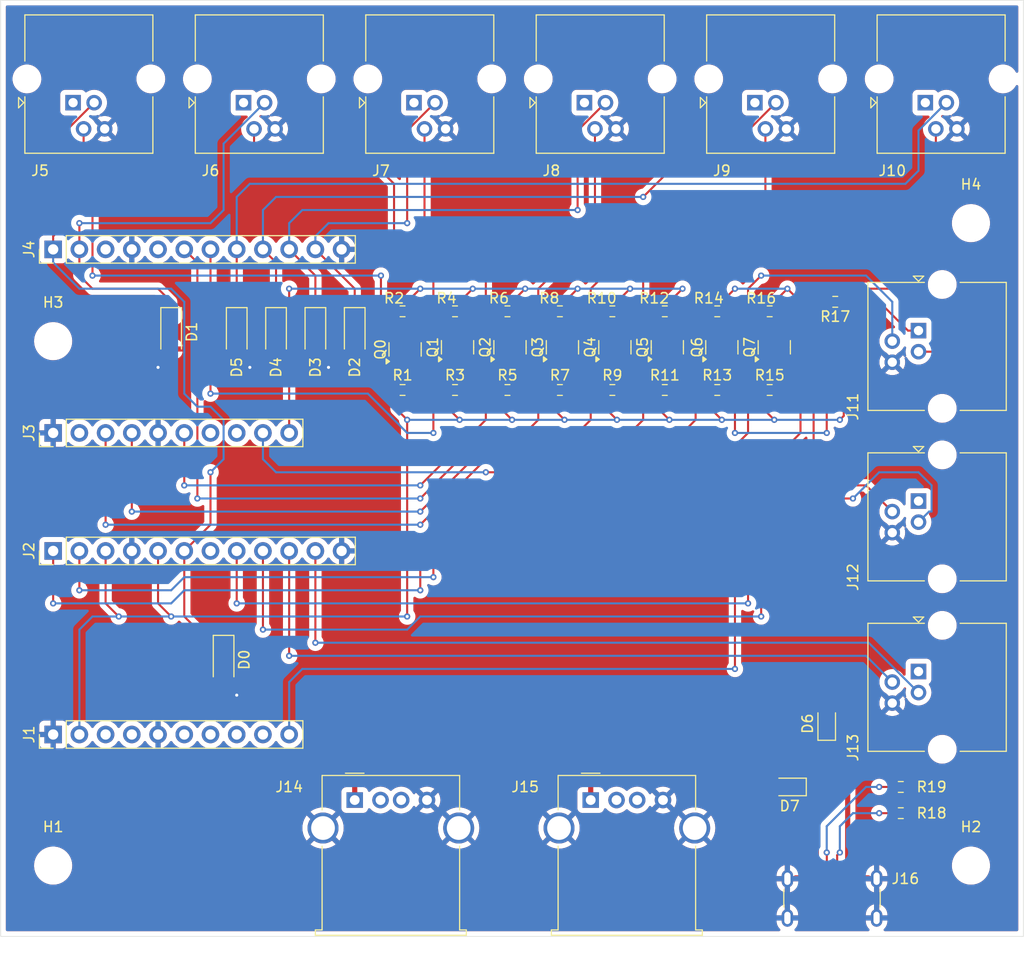
<source format=kicad_pcb>
(kicad_pcb (version 20221018) (generator pcbnew)
  (layers (0 "F.Cu" signal) (31 "B.Cu" signal) (34 "B.Paste" user) (35 "F.Paste" user) (36 "B.SilkS" user "B.Silkscreen") (37 "F.SilkS" user "F.Silkscreen") (38 "B.Mask" user) (39 "F.Mask" user) (44 "Edge.Cuts" user))
  (net 0 "")
  (net 1 "GND")
  (net 3 "VCC5V0")
  (net 4 "SWITCH_BUZZER")
  (net 5 "TARGET_LED3")
  (net 6 "TARGET_LED2")
  (net 8 "SWITCH_BUTTON")
  (net 10 "TARGET_LED1")
  (net 11 "TARGET_LED0")
  (net 12 "TARGET_LED5")
  (net 13 "TARGET_LED4")
  (net 19 "C_GPIO10")
  (net 21 "CHIGH_OUT")
  (net 22 "CHIGH_IN")
  (net 24 "S0_GPIO1")
  (net 25 "S0_GPIO4")
  (net 26 "S0_GPIO5")
  (net 27 "S0_GPIO6")
  (net 28 "S0_GPIO7")
  (net 29 "CLOW_OUT")
  (net 30 "CLOW_IN")
  (net 31 "S0_GPIO19")
  (net 32 "S0_GPIO18")
  (net 33 "S0_GPIO9")
  (net 34 "S0_GPIO20")
  (net 35 "S0_GPIO21")
  (net 36 "S0_GPIO10")
  (net 37 "S0_GPIO8")
  (net 38 "C_GPIO0")
  (net 39 "C_GPIO1")
  (net 46 "C_VCC3V3")
  (net 47 "S0_VCC3V3")
  (net 55 "Net-(J16-CC2)")
  (net 56 "Net-(J16-CC1)")
  (net 57 "Net-(D6-A1)")
  (footprint "Diode_SMD:D_SOD-323" (layer "F.Cu") (at 101.82 101.6 180)
    (fp_text reference "D7")
    (fp_text value "D_TVS")
  )
  (footprint "Connector_RJ:RJ14_Connfly_DS1133-S4_Horizontal" (layer "F.Cu") (at 98.45 35.32)
    (fp_text reference "J9")
    (fp_text value "RJ14")
  )
  (footprint "Resistor_SMD:R_0603_1608Metric" (layer "F.Cu") (at 64.325 55.531249 180)
    (fp_text reference "R2")
    (fp_text value "10K")
  )
  (footprint "Connector_USB:USB_A_Molex_67643_Horizontal" (layer "F.Cu") (at 59.69 102.87)
    (fp_text reference "J14")
    (fp_text value "USB_A")
  )
  (footprint "Package_TO_SOT_SMD:SOT-23" (layer "F.Cu") (at 69.65 59.01375 90)
    (fp_text reference "Q1")
    (fp_text value "NMOS")
  )
  (footprint "Resistor_SMD:R_0603_1608Metric" (layer "F.Cu") (at 106.235 54.61 180)
    (fp_text reference "R17")
    (fp_text value "10K")
  )
  (footprint "Package_TO_SOT_SMD:SOT-23" (layer "F.Cu") (at 79.81 59.01375 90)
    (fp_text reference "Q3")
    (fp_text value "NMOS")
  )
  (footprint "Resistor_SMD:R_0603_1608Metric" (layer "F.Cu") (at 69.405 55.531249 180)
    (fp_text reference "R4")
    (fp_text value "10K")
  )
  (footprint "Diode_SMD:D_SOD-123" (layer "F.Cu") (at 41.91 57.53 -90)
    (fp_text reference "D1")
    (fp_text value "D_Zener")
  )
  (footprint "Diode_SMD:D_SOD-323" (layer "F.Cu") (at 105.41 95.47 90)
    (fp_text reference "D6")
    (fp_text value "D_TVS")
  )
  (footprint "Package_TO_SOT_SMD:SOT-23" (layer "F.Cu") (at 100.33 59.01375 90)
    (fp_text reference "Q7")
    (fp_text value "NMOS")
  )
  (footprint "Resistor_SMD:R_0603_1608Metric" (layer "F.Cu") (at 79.565 55.531249 180)
    (fp_text reference "R8")
    (fp_text value "10K")
  )
  (footprint "Diode_SMD:D_SOD-123" (layer "F.Cu") (at 48.26 57.53 -90)
    (fp_text reference "D5")
    (fp_text value "D_Zener")
  )
  (footprint "Diode_SMD:D_SOD-123" (layer "F.Cu") (at 59.69 57.53 -90)
    (fp_text reference "D2")
    (fp_text value "D_Zener")
  )
  (footprint "Connector_RJ:RJ14_Connfly_DS1133-S4_Horizontal" (layer "F.Cu") (at 65.43 35.32)
    (fp_text reference "J7")
    (fp_text value "RJ14")
  )
  (footprint "Resistor_SMD:R_0603_1608Metric" (layer "F.Cu") (at 94.805 63.151249)
    (fp_text reference "R13")
    (fp_text value "10K")
  )
  (footprint "Resistor_SMD:R_0603_1608Metric" (layer "F.Cu") (at 89.725 55.531249 180)
    (fp_text reference "R12")
    (fp_text value "10K")
  )
  (footprint "Resistor_SMD:R_0603_1608Metric" (layer "F.Cu") (at 99.885 63.151249)
    (fp_text reference "R15")
    (fp_text value "10K")
  )
  (footprint "Package_TO_SOT_SMD:SOT-23" (layer "F.Cu") (at 95.25 59.01375 90)
    (fp_text reference "Q6")
    (fp_text value "NMOS")
  )
  (footprint "MountingHole:MountingHole_3.2mm_M3_ISO14580" (layer "F.Cu") (at 30.48 109.22)
    (fp_text reference "H1")
    (fp_text value "MountingHole")
  )
  (footprint "Package_TO_SOT_SMD:SOT-23" (layer "F.Cu") (at 84.89 59.01375 90)
    (fp_text reference "Q4")
    (fp_text value "NMOS")
  )
  (footprint "Connector_RJ:RJ14_Connfly_DS1133-S4_Horizontal" (layer "F.Cu") (at 114.3 73.91 -90)
    (fp_text reference "J12")
    (fp_text value "RJ14")
  )
  (footprint "Resistor_SMD:R_0603_1608Metric" (layer "F.Cu") (at 84.645 55.531249 180)
    (fp_text reference "R10")
    (fp_text value "10K")
  )
  (footprint "Resistor_SMD:R_0603_1608Metric" (layer "F.Cu") (at 112.585 101.6)
    (fp_text reference "R19")
    (fp_text value "5.1K")
  )
  (footprint "Resistor_SMD:R_0603_1608Metric" (layer "F.Cu") (at 79.565 63.151249)
    (fp_text reference "R7")
    (fp_text value "10K")
  )
  (footprint "Package_TO_SOT_SMD:SOT-23" (layer "F.Cu") (at 64.57 59.22125 90)
    (fp_text reference "Q0")
    (fp_text value "NMOS")
  )
  (footprint "Resistor_SMD:R_0603_1608Metric" (layer "F.Cu") (at 84.645 63.151249)
    (fp_text reference "R9")
    (fp_text value "10K")
  )
  (footprint "Package_TO_SOT_SMD:SOT-23" (layer "F.Cu") (at 89.97 59.01375 90)
    (fp_text reference "Q5")
    (fp_text value "NMOS")
  )
  (footprint "Connector_RJ:RJ14_Connfly_DS1133-S4_Horizontal" (layer "F.Cu") (at 32.41 35.32)
    (fp_text reference "J5")
    (fp_text value "RJ14")
  )
  (footprint "Resistor_SMD:R_0603_1608Metric" (layer "F.Cu") (at 74.485 63.151249)
    (fp_text reference "R5")
    (fp_text value "10K")
  )
  (footprint "MountingHole:MountingHole_3.2mm_M3_ISO14580" (layer "F.Cu") (at 119.38 46.99)
    (fp_text reference "H4")
    (fp_text value "MountingHole")
  )
  (footprint "Connector_RJ:RJ14_Connfly_DS1133-S4_Horizontal" (layer "F.Cu") (at 114.3 57.4 -90)
    (fp_text reference "J11")
    (fp_text value "RJ14")
  )
  (footprint "Resistor_SMD:R_0603_1608Metric" (layer "F.Cu") (at 94.805 55.531249 180)
    (fp_text reference "R14")
    (fp_text value "10K")
  )
  (footprint "Resistor_SMD:R_0603_1608Metric" (layer "F.Cu") (at 112.585 104.14)
    (fp_text reference "R18")
    (fp_text value "5.1K")
  )
  (footprint "Connector_RJ:RJ14_Connfly_DS1133-S4_Horizontal" (layer "F.Cu") (at 114.3 90.42 -90)
    (fp_text reference "J13")
    (fp_text value "RJ14")
  )
  (footprint "Connector_PinHeader_2.54mm:PinHeader_1x10_P2.54mm_Vertical" (layer "F.Cu") (at 30.48 67.31 90)
    (fp_text reference "J3")
    (fp_text value "Conn_01x10_Socket")
  )
  (footprint "Connector_PinHeader_2.54mm:PinHeader_1x12_P2.54mm_Vertical" (layer "F.Cu") (at 30.48 49.53 90)
    (fp_text reference "J4")
    (fp_text value "Conn_01x12_Socket")
  )
  (footprint "MountingHole:MountingHole_3.2mm_M3_ISO14580" (layer "F.Cu") (at 30.48 58.42)
    (fp_text reference "H3")
    (fp_text value "MountingHole")
  )
  (footprint "Connector_RJ:RJ14_Connfly_DS1133-S4_Horizontal" (layer "F.Cu") (at 114.96 35.32)
    (fp_text reference "J10")
    (fp_text value "RJ14")
  )
  (footprint "Connector_USB:USB_C_Receptacle_GCT_USB4125-xx-x_6P_TopMnt_Horizontal" (layer "F.Cu") (at 105.92 113.49)
    (fp_text reference "J16")
    (fp_text value "USB_C_Receptacle_PowerOnly_6P")
  )
  (footprint "Connector_USB:USB_A_Molex_67643_Horizontal" (layer "F.Cu") (at 82.55 102.87)
    (fp_text reference "J15")
    (fp_text value "USB_A")
  )
  (footprint "Diode_SMD:D_SOD-123" (layer "F.Cu") (at 55.88 57.53 -90)
    (fp_text reference "D3")
    (fp_text value "D_Zener")
  )
  (footprint "Resistor_SMD:R_0603_1608Metric" (layer "F.Cu") (at 99.885 55.531249 180)
    (fp_text reference "R16")
    (fp_text value "10K")
  )
  (footprint "Package_TO_SOT_SMD:SOT-23" (layer "F.Cu") (at 74.73 59.01375 90)
    (fp_text reference "Q2")
    (fp_text value "NMOS")
  )
  (footprint "Connector_RJ:RJ14_Connfly_DS1133-S4_Horizontal" (layer "F.Cu") (at 48.92 35.32)
    (fp_text reference "J6")
    (fp_text value "RJ14")
  )
  (footprint "MountingHole:MountingHole_3.2mm_M3_ISO14580" (layer "F.Cu") (at 119.38 109.22)
    (fp_text reference "H2")
    (fp_text value "MountingHole")
  )
  (footprint "Connector_RJ:RJ14_Connfly_DS1133-S4_Horizontal" (layer "F.Cu") (at 81.94 35.32)
    (fp_text reference "J8")
    (fp_text value "RJ14")
  )
  (footprint "Resistor_SMD:R_0603_1608Metric" (layer "F.Cu") (at 74.485 55.531249 180)
    (fp_text reference "R6")
    (fp_text value "10K")
  )
  (footprint "Diode_SMD:D_SOD-123" (layer "F.Cu") (at 46.99 89.28 -90)
    (fp_text reference "D0")
    (fp_text value "D_Zener")
  )
  (footprint "Resistor_SMD:R_0603_1608Metric" (layer "F.Cu") (at 89.725 63.151249)
    (fp_text reference "R11")
    (fp_text value "10K")
  )
  (footprint "Resistor_SMD:R_0603_1608Metric" (layer "F.Cu") (at 64.325 63.151249)
    (fp_text reference "R1")
    (fp_text value "10K")
  )
  (footprint "Resistor_SMD:R_0603_1608Metric" (layer "F.Cu") (at 69.405 63.151249)
    (fp_text reference "R3")
    (fp_text value "10K")
  )
  (footprint "Connector_PinHeader_2.54mm:PinHeader_1x12_P2.54mm_Vertical" (layer "F.Cu") (at 30.48 78.74 90)
    (fp_text reference "J2")
    (fp_text value "Conn_01x12_Socket")
  )
  (footprint "Connector_PinHeader_2.54mm:PinHeader_1x10_P2.54mm_Vertical" (layer "F.Cu") (at 30.48 96.52 90)
    (fp_text reference "J1")
    (fp_text value "Conn_01x10_Socket")
  )
  (footprint "Diode_SMD:D_SOD-123" (layer "F.Cu") (at 52.07 57.53 -90)
    (fp_text reference "D4")
    (fp_text value "D_Zener")
  )
  (gr_rect (start 25.4 25.4) (end 124.46 116.08) (stroke (width 0.05)) (fill none) (layer "Edge.Cuts"))
  (via (at 40.64 60.96) (size 0.6) (drill 0.3) (layers "F.Cu" "B.Cu") (net 1))
  (via (at 49.53 60.96) (size 0.6) (drill 0.3) (layers "F.Cu" "B.Cu") (net 1))
  (via (at 57.15 60.96) (size 0.6) (drill 0.3) (layers "F.Cu" "B.Cu") (net 1))
  (via (at 48.26 92.71) (size 0.6) (drill 0.3) (layers "F.Cu" "B.Cu") (net 1))
  (segment (start 40.64 83.82) (end 41.91 85.09) (width 0.2) (layer "F.Cu") (net 3))
  (segment (start 35.56 78.74) (end 35.56 83.82) (width 0.2) (layer "F.Cu") (net 3))
  (segment (start 68.58 64.77) (end 69.85 66.04) (width 0.2) (layer "F.Cu") (net 3))
  (segment (start 88.9 63.151249) (end 88.9 64.77) (width 0.2) (layer "F.Cu") (net 3))
  (segment (start 107.06 65.66) (end 107.06 54.61) (width 0.2) (layer "F.Cu") (net 3))
  (segment (start 73.66 63.151249) (end 73.66 64.77) (width 0.2) (layer "F.Cu") (net 3))
  (segment (start 83.82 64.77) (end 85.09 66.04) (width 0.2) (layer "F.Cu") (net 3))
  (segment (start 106.68 66.04) (end 107.06 65.66) (width 0.2) (layer "F.Cu") (net 3))
  (segment (start 113.28 57.4) (end 114.3 57.4) (width 0.2) (layer "F.Cu") (net 3))
  (segment (start 78.74 63.151249) (end 78.74 64.77) (width 0.2) (layer "F.Cu") (net 3))
  (segment (start 110.49 54.61) (end 113.28 57.4) (width 0.2) (layer "F.Cu") (net 3))
  (segment (start 93.98 64.77) (end 95.25 66.04) (width 0.2) (layer "F.Cu") (net 3))
  (segment (start 40.64 78.74) (end 40.64 83.82) (width 0.2) (layer "F.Cu") (net 3))
  (segment (start 73.66 64.77) (end 74.93 66.04) (width 0.2) (layer "F.Cu") (net 3))
  (segment (start 99.06 64.77) (end 100.33 66.04) (width 0.2) (layer "F.Cu") (net 3))
  (segment (start 99.06 63.151249) (end 99.06 64.77) (width 0.2) (layer "F.Cu") (net 3))
  (segment (start 68.58 63.151249) (end 68.58 64.77) (width 0.2) (layer "F.Cu") (net 3))
  (segment (start 35.56 83.82) (end 36.83 85.09) (width 0.2) (layer "F.Cu") (net 3))
  (segment (start 107.06 54.61) (end 110.49 54.61) (width 0.2) (layer "F.Cu") (net 3))
  (segment (start 88.9 64.77) (end 90.17 66.04) (width 0.2) (layer "F.Cu") (net 3))
  (segment (start 64.77 66.04) (end 64.77 85.09) (width 0.2) (layer "F.Cu") (net 3))
  (segment (start 63.745 63.151249) (end 63.745 65.015) (width 0.2) (layer "F.Cu") (net 3))
  (segment (start 93.98 63.151249) (end 93.98 64.77) (width 0.2) (layer "F.Cu") (net 3))
  (segment (start 83.82 63.151249) (end 83.82 64.77) (width 0.2) (layer "F.Cu") (net 3))
  (segment (start 78.74 64.77) (end 80.01 66.04) (width 0.2) (layer "F.Cu") (net 3))
  (segment (start 63.745 65.015) (end 64.77 66.04) (width 0.2) (layer "F.Cu") (net 3))
  (via (at 36.83 85.09) (size 0.6) (drill 0.3) (layers "F.Cu" "B.Cu") (net 3))
  (via (at 64.77 66.04) (size 0.6) (drill 0.3) (layers "F.Cu" "B.Cu") (net 3))
  (via (at 106.68 66.04) (size 0.6) (drill 0.3) (layers "F.Cu" "B.Cu") (net 3))
  (via (at 74.93 66.04) (size 0.6) (drill 0.3) (layers "F.Cu" "B.Cu") (net 3))
  (via (at 80.01 66.04) (size 0.6) (drill 0.3) (layers "F.Cu" "B.Cu") (net 3))
  (via (at 100.33 66.04) (size 0.6) (drill 0.3) (layers "F.Cu" "B.Cu") (net 3))
  (via (at 85.09 66.04) (size 0.6) (drill 0.3) (layers "F.Cu" "B.Cu") (net 3))
  (via (at 41.91 85.09) (size 0.6) (drill 0.3) (layers "F.Cu" "B.Cu") (net 3))
  (via (at 95.25 66.04) (size 0.6) (drill 0.3) (layers "F.Cu" "B.Cu") (net 3))
  (via (at 90.17 66.04) (size 0.6) (drill 0.3) (layers "F.Cu" "B.Cu") (net 3))
  (via (at 64.77 85.09) (size 0.6) (drill 0.3) (layers "F.Cu" "B.Cu") (net 3))
  (via (at 69.85 66.04) (size 0.6) (drill 0.3) (layers "F.Cu" "B.Cu") (net 3))
  (segment (start 100.33 66.04) (end 95.25 66.04) (width 0.2) (layer "B.Cu") (net 3))
  (segment (start 80.01 66.04) (end 85.09 66.04) (width 0.2) (layer "B.Cu") (net 3))
  (segment (start 85.09 66.04) (end 90.17 66.04) (width 0.2) (layer "B.Cu") (net 3))
  (segment (start 69.85 66.04) (end 74.93 66.04) (width 0.2) (layer "B.Cu") (net 3))
  (segment (start 41.91 85.09) (end 36.83 85.09) (width 0.2) (layer "B.Cu") (net 3))
  (segment (start 64.77 85.09) (end 41.91 85.09) (width 0.2) (layer "B.Cu") (net 3))
  (segment (start 69.85 66.04) (end 64.77 66.04) (width 0.2) (layer "B.Cu") (net 3))
  (segment (start 95.25 66.04) (end 90.17 66.04) (width 0.2) (layer "B.Cu") (net 3))
  (segment (start 74.93 66.04) (end 80.01 66.04) (width 0.2) (layer "B.Cu") (net 3))
  (segment (start 33.02 86.36) (end 33.02 96.52) (width 0.2) (layer "B.Cu") (net 3))
  (segment (start 36.83 85.09) (end 34.29 85.09) (width 0.2) (layer "B.Cu") (net 3))
  (segment (start 34.29 85.09) (end 33.02 86.36) (width 0.2) (layer "B.Cu") (net 3))
  (segment (start 100.33 66.04) (end 106.68 66.04) (width 0.2) (layer "B.Cu") (net 3))
  (segment (start 99.38 59.95125) (end 97.79 58.36125) (width 0.2) (layer "F.Cu") (net 4))
  (segment (start 97.79 58.36125) (end 97.79 53.34) (width 0.2) (layer "F.Cu") (net 4))
  (segment (start 97.79 53.34) (end 99.06 52.07) (width 0.2) (layer "F.Cu") (net 4))
  (segment (start 99.38 59.95125) (end 99.38 61.821249) (width 0.2) (layer "F.Cu") (net 4))
  (segment (start 99.38 61.821249) (end 100.71 63.151249) (width 0.2) (layer "F.Cu") (net 4))
  (via (at 99.06 52.07) (size 0.6) (drill 0.3) (layers "F.Cu" "B.Cu") (net 4))
  (segment (start 111.76 54.61) (end 109.22 52.07) (width 0.2) (layer "B.Cu") (net 4))
  (segment (start 111.76 58.42) (end 111.76 54.61) (width 0.2) (layer "B.Cu") (net 4))
  (segment (start 99.06 52.07) (end 109.22 52.07) (width 0.2) (layer "B.Cu") (net 4))
  (segment (start 77.47 58.56125) (end 77.47 53.34) (width 0.2) (layer "F.Cu") (net 5))
  (segment (start 78.86 59.95125) (end 78.86 61.621249) (width 0.2) (layer "F.Cu") (net 5))
  (segment (start 77.47 53.34) (end 82.96 47.85) (width 0.2) (layer "F.Cu") (net 5))
  (segment (start 82.96 47.85) (end 82.96 37.86) (width 0.2) (layer "F.Cu") (net 5))
  (segment (start 78.86 59.95125) (end 77.47 58.56125) (width 0.2) (layer "F.Cu") (net 5))
  (segment (start 78.86 61.621249) (end 80.39 63.151249) (width 0.2) (layer "F.Cu") (net 5))
  (segment (start 68.58 50.8) (end 71.12 50.8) (width 0.2) (layer "F.Cu") (net 6))
  (segment (start 72.39 52.07) (end 72.39 58.56125) (width 0.2) (layer "F.Cu") (net 6))
  (segment (start 73.78 61.621249) (end 75.31 63.151249) (width 0.2) (layer "F.Cu") (net 6))
  (segment (start 73.78 59.95125) (end 73.78 61.621249) (width 0.2) (layer "F.Cu") (net 6))
  (segment (start 66.45 37.86) (end 66.45 48.67) (width 0.2) (layer "F.Cu") (net 6))
  (segment (start 72.39 58.56125) (end 73.78 59.95125) (width 0.2) (layer "F.Cu") (net 6))
  (segment (start 71.12 50.8) (end 72.39 52.07) (width 0.2) (layer "F.Cu") (net 6))
  (segment (start 66.45 48.67) (end 68.58 50.8) (width 0.2) (layer "F.Cu") (net 6))
  (segment (start 106.68 53.34) (end 105.41 54.61) (width 0.2) (layer "F.Cu") (net 8))
  (segment (start 94.3 61.821249) (end 95.63 63.151249) (width 0.2) (layer "F.Cu") (net 8))
  (segment (start 116.84 55.88) (end 114.3 53.34) (width 0.2) (layer "F.Cu") (net 8))
  (segment (start 115.82 59.44) (end 116.84 58.42) (width 0.2) (layer "F.Cu") (net 8))
  (segment (start 95.63 63.151249) (end 96.52 64.041249) (width 0.2) (layer "F.Cu") (net 8))
  (segment (start 105.41 67.31) (end 105.41 54.61) (width 0.2) (layer "F.Cu") (net 8))
  (segment (start 114.3 53.34) (end 106.68 53.34) (width 0.2) (layer "F.Cu") (net 8))
  (segment (start 94.3 59.95125) (end 94.3 61.821249) (width 0.2) (layer "F.Cu") (net 8))
  (segment (start 114.3 59.44) (end 115.82 59.44) (width 0.2) (layer "F.Cu") (net 8))
  (segment (start 96.52 64.041249) (end 96.52 67.31) (width 0.2) (layer "F.Cu") (net 8))
  (segment (start 116.84 58.42) (end 116.84 55.88) (width 0.2) (layer "F.Cu") (net 8))
  (via (at 96.52 67.31) (size 0.6) (drill 0.3) (layers "F.Cu" "B.Cu") (net 8))
  (via (at 105.41 67.31) (size 0.6) (drill 0.3) (layers "F.Cu" "B.Cu") (net 8))
  (segment (start 96.52 67.31) (end 105.41 67.31) (width 0.2) (layer "B.Cu") (net 8))
  (segment (start 49.94 39.78) (end 49.94 37.86) (width 0.2) (layer "F.Cu") (net 10))
  (segment (start 63.5 48.26) (end 63.5 43.18) (width 0.2) (layer "F.Cu") (net 10))
  (segment (start 52.07 41.91) (end 49.94 39.78) (width 0.2) (layer "F.Cu") (net 10))
  (segment (start 63.5 43.18) (end 62.23 41.91) (width 0.2) (layer "F.Cu") (net 10))
  (segment (start 68.7 61.621249) (end 70.23 63.151249) (width 0.2) (layer "F.Cu") (net 10))
  (segment (start 67.31 58.56125) (end 67.31 52.07) (width 0.2) (layer "F.Cu") (net 10))
  (segment (start 68.7 59.95125) (end 68.7 61.621249) (width 0.2) (layer "F.Cu") (net 10))
  (segment (start 67.31 52.07) (end 63.5 48.26) (width 0.2) (layer "F.Cu") (net 10))
  (segment (start 68.7 59.95125) (end 67.31 58.56125) (width 0.2) (layer "F.Cu") (net 10))
  (segment (start 62.23 41.91) (end 52.07 41.91) (width 0.2) (layer "F.Cu") (net 10))
  (segment (start 33.43 37.86) (end 33.43 39.78) (width 0.2) (layer "F.Cu") (net 11))
  (segment (start 34.29 52.07) (end 34.29 40.64) (width 0.2) (layer "F.Cu") (net 11))
  (segment (start 33.43 39.78) (end 34.29 40.64) (width 0.2) (layer "F.Cu") (net 11))
  (segment (start 62.23 58.76875) (end 62.23 52.07) (width 0.2) (layer "F.Cu") (net 11))
  (segment (start 63.62 60.15875) (end 62.23 58.76875) (width 0.2) (layer "F.Cu") (net 11))
  (segment (start 63.62 61.376249) (end 65.395 63.151249) (width 0.2) (layer "F.Cu") (net 11))
  (segment (start 63.62 60.15875) (end 63.62 61.376249) (width 0.2) (layer "F.Cu") (net 11))
  (via (at 34.29 52.07) (size 0.6) (drill 0.3) (layers "F.Cu" "B.Cu") (net 11))
  (via (at 62.23 52.07) (size 0.6) (drill 0.3) (layers "F.Cu" "B.Cu") (net 11))
  (segment (start 62.23 52.07) (end 34.29 52.07) (width 0.2) (layer "B.Cu") (net 11))
  (segment (start 99.06 45.72) (end 90.17 45.72) (width 0.2) (layer "F.Cu") (net 12))
  (segment (start 90.55 63.151249) (end 89.02 61.621249) (width 0.2) (layer "F.Cu") (net 12))
  (segment (start 87.63 58.56125) (end 89.02 59.95125) (width 0.2) (layer "F.Cu") (net 12))
  (segment (start 89.02 61.621249) (end 89.02 59.95125) (width 0.2) (layer "F.Cu") (net 12))
  (segment (start 115.98 37.86) (end 115.98 42.77) (width 0.2) (layer "F.Cu") (net 12))
  (segment (start 115.98 42.77) (end 114.3 44.45) (width 0.2) (layer "F.Cu") (net 12))
  (segment (start 87.63 48.26) (end 90.17 45.72) (width 0.2) (layer "F.Cu") (net 12))
  (segment (start 87.63 48.26) (end 87.63 58.56125) (width 0.2) (layer "F.Cu") (net 12))
  (segment (start 100.33 44.45) (end 99.06 45.72) (width 0.2) (layer "F.Cu") (net 12))
  (segment (start 114.3 44.45) (end 100.33 44.45) (width 0.2) (layer "F.Cu") (net 12))
  (segment (start 83.94 59.95125) (end 82.55 58.56125) (width 0.2) (layer "F.Cu") (net 13))
  (segment (start 82.55 53.34) (end 83.82 52.07) (width 0.2) (layer "F.Cu") (net 13))
  (segment (start 99.06 44.45) (end 88.9 44.45) (width 0.2) (layer "F.Cu") (net 13))
  (segment (start 83.82 52.07) (end 85.09 52.07) (width 0.2) (layer "F.Cu") (net 13))
  (segment (start 83.94 61.621249) (end 83.94 59.95125) (width 0.2) (layer "F.Cu") (net 13))
  (segment (start 85.09 52.07) (end 86.36 50.8) (width 0.2) (layer "F.Cu") (net 13))
  (segment (start 99.47 37.86) (end 99.47 44.04) (width 0.2) (layer "F.Cu") (net 13))
  (segment (start 88.9 44.45) (end 86.36 46.99) (width 0.2) (layer "F.Cu") (net 13))
  (segment (start 99.47 44.04) (end 99.06 44.45) (width 0.2) (layer "F.Cu") (net 13))
  (segment (start 85.47 63.151249) (end 83.94 61.621249) (width 0.2) (layer "F.Cu") (net 13))
  (segment (start 82.55 58.56125) (end 82.55 53.34) (width 0.2) (layer "F.Cu") (net 13))
  (segment (start 86.36 46.99) (end 86.36 50.8) (width 0.2) (layer "F.Cu") (net 13))
  (segment (start 43.18 85.09) (end 43.18 78.74) (width 0.2) (layer "F.Cu") (net 19))
  (segment (start 30.48 48.26) (end 30.48 49.53) (width 0.2) (layer "F.Cu") (net 19))
  (segment (start 46.99 87.63) (end 45.72 87.63) (width 0.2) (layer "F.Cu") (net 19))
  (segment (start 45.72 71.12) (end 45.72 76.2) (width 0.2) (layer "F.Cu") (net 19))
  (segment (start 34.45 35.32) (end 31.71 38.06) (width 0.2) (layer "F.Cu") (net 19))
  (segment (start 45.72 76.2) (end 43.18 78.74) (width 0.2) (layer "F.Cu") (net 19))
  (segment (start 31.71 46.95) (end 31.75 46.99) (width 0.2) (layer "F.Cu") (net 19))
  (segment (start 45.72 87.63) (end 43.18 85.09) (width 0.2) (layer "F.Cu") (net 19))
  (segment (start 31.71 38.06) (end 31.71 46.95) (width 0.2) (layer "F.Cu") (net 19))
  (segment (start 31.75 46.99) (end 30.48 48.26) (width 0.2) (layer "F.Cu") (net 19))
  (via (at 45.72 71.12) (size 0.6) (drill 0.3) (layers "F.Cu" "B.Cu") (net 19))
  (segment (start 33.02 53.34) (end 41.91 53.34) (width 0.2) (layer "B.Cu") (net 19))
  (segment (start 43.18 63.5) (end 44.45 64.77) (width 0.2) (layer "B.Cu") (net 19))
  (segment (start 43.18 54.61) (end 43.18 63.5) (width 0.2) (layer "B.Cu") (net 19))
  (segment (start 41.91 53.34) (end 43.18 54.61) (width 0.2) (layer "B.Cu") (net 19))
  (segment (start 30.48 49.53) (end 30.48 50.8) (width 0.2) (layer "B.Cu") (net 19))
  (segment (start 30.48 50.8) (end 33.02 53.34) (width 0.2) (layer "B.Cu") (net 19))
  (segment (start 45.72 64.77) (end 46.99 66.04) (width 0.2) (layer "B.Cu") (net 19))
  (segment (start 44.45 64.77) (end 45.72 64.77) (width 0.2) (layer "B.Cu") (net 19))
  (segment (start 46.99 69.85) (end 45.72 71.12) (width 0.2) (layer "B.Cu") (net 19))
  (segment (start 46.99 66.04) (end 46.99 69.85) (width 0.2) (layer "B.Cu") (net 19))
  (segment (start 97.79 83.82) (end 97.79 73.66) (width 0.2) (layer "F.Cu") (net 21))
  (segment (start 99.06 72.39) (end 109.22 72.39) (width 0.2) (layer "F.Cu") (net 21))
  (segment (start 48.26 78.74) (end 48.26 83.82) (width 0.2) (layer "F.Cu") (net 21))
  (segment (start 109.22 72.39) (end 111.76 74.93) (width 0.2) (layer "F.Cu") (net 21))
  (segment (start 97.79 73.66) (end 99.06 72.39) (width 0.2) (layer "F.Cu") (net 21))
  (via (at 48.26 83.82) (size 0.6) (drill 0.3) (layers "F.Cu" "B.Cu") (net 21))
  (via (at 97.79 83.82) (size 0.6) (drill 0.3) (layers "F.Cu" "B.Cu") (net 21))
  (segment (start 97.79 83.82) (end 48.26 83.82) (width 0.2) (layer "B.Cu") (net 21))
  (segment (start 50.8 86.36) (end 50.8 78.74) (width 0.2) (layer "F.Cu") (net 22))
  (segment (start 99.06 74.93) (end 99.06 85.09) (width 0.2) (layer "F.Cu") (net 22))
  (segment (start 107.95 73.66) (end 100.33 73.66) (width 0.2) (layer "F.Cu") (net 22))
  (segment (start 100.33 73.66) (end 99.06 74.93) (width 0.2) (layer "F.Cu") (net 22))
  (via (at 107.95 73.66) (size 0.6) (drill 0.3) (layers "F.Cu" "B.Cu") (net 22))
  (via (at 50.8 86.36) (size 0.6) (drill 0.3) (layers "F.Cu" "B.Cu") (net 22))
  (via (at 99.06 85.09) (size 0.6) (drill 0.3) (layers "F.Cu" "B.Cu") (net 22))
  (segment (start 66.04 85.09) (end 64.77 86.36) (width 0.2) (layer "B.Cu") (net 22))
  (segment (start 115.32 74.93) (end 115.57 74.93) (width 0.2) (layer "B.Cu") (net 22))
  (segment (start 115.57 74.93) (end 115.57 72.39) (width 0.2) (layer "B.Cu") (net 22))
  (segment (start 64.77 86.36) (end 50.8 86.36) (width 0.2) (layer "B.Cu") (net 22))
  (segment (start 114.3 71.12) (end 110.49 71.12) (width 0.2) (layer "B.Cu") (net 22))
  (segment (start 114.3 75.95) (end 115.32 74.93) (width 0.2) (layer "B.Cu") (net 22))
  (segment (start 110.49 71.12) (end 107.95 73.66) (width 0.2) (layer "B.Cu") (net 22))
  (segment (start 99.06 85.09) (end 66.04 85.09) (width 0.2) (layer "B.Cu") (net 22))
  (segment (start 115.57 72.39) (end 114.3 71.12) (width 0.2) (layer "B.Cu") (net 22))
  (segment (start 41.91 54.61) (end 40.64 53.34) (width 0.2) (layer "F.Cu") (net 24))
  (segment (start 33.02 52.07) (end 33.02 49.53) (width 0.2) (layer "F.Cu") (net 24))
  (segment (start 33.02 46.99) (end 33.02 49.53) (width 0.2) (layer "F.Cu") (net 24))
  (segment (start 41.91 55.88) (end 41.91 54.61) (width 0.2) (layer "F.Cu") (net 24))
  (segment (start 40.64 53.34) (end 34.29 53.34) (width 0.2) (layer "F.Cu") (net 24))
  (segment (start 34.29 53.34) (end 33.02 52.07) (width 0.2) (layer "F.Cu") (net 24))
  (via (at 33.02 46.99) (size 0.6) (drill 0.3) (layers "F.Cu" "B.Cu") (net 24))
  (segment (start 45.72 46.99) (end 46.99 45.72) (width 0.2) (layer "B.Cu") (net 24))
  (segment (start 46.99 39.29) (end 50.96 35.32) (width 0.2) (layer "B.Cu") (net 24))
  (segment (start 33.02 46.99) (end 45.72 46.99) (width 0.2) (layer "B.Cu") (net 24))
  (segment (start 46.99 45.72) (end 46.99 39.29) (width 0.2) (layer "B.Cu") (net 24))
  (segment (start 64.77 38.02) (end 64.77 38.1) (width 0.2) (layer "F.Cu") (net 25))
  (segment (start 67.47 35.32) (end 64.77 38.02) (width 0.2) (layer "F.Cu") (net 25))
  (segment (start 64.77 38.1) (end 64.77 46.99) (width 0.2) (layer "F.Cu") (net 25))
  (segment (start 59.69 53.34) (end 55.88 49.53) (width 0.2) (layer "F.Cu") (net 25))
  (segment (start 59.69 55.88) (end 59.69 53.34) (width 0.2) (layer "F.Cu") (net 25))
  (via (at 64.77 46.99) (size 0.6) (drill 0.3) (layers "F.Cu" "B.Cu") (net 25))
  (segment (start 64.77 46.99) (end 57.15 46.99) (width 0.2) (layer "B.Cu") (net 25))
  (segment (start 57.15 46.99) (end 55.88 48.26) (width 0.2) (layer "B.Cu") (net 25))
  (segment (start 55.88 48.26) (end 55.88 49.53) (width 0.2) (layer "B.Cu") (net 25))
  (segment (start 55.88 52.07) (end 53.34 49.53) (width 0.2) (layer "F.Cu") (net 26))
  (segment (start 81.28 38.02) (end 81.28 38.1) (width 0.2) (layer "F.Cu") (net 26))
  (segment (start 83.98 35.32) (end 81.28 38.02) (width 0.2) (layer "F.Cu") (net 26))
  (segment (start 81.28 38.1) (end 81.28 45.72) (width 0.2) (layer "F.Cu") (net 26))
  (segment (start 55.88 55.88) (end 55.88 52.07) (width 0.2) (layer "F.Cu") (net 26))
  (via (at 81.28 45.72) (size 0.6) (drill 0.3) (layers "F.Cu" "B.Cu") (net 26))
  (segment (start 53.34 46.99) (end 53.34 49.53) (width 0.2) (layer "B.Cu") (net 26))
  (segment (start 54.61 45.72) (end 53.34 46.99) (width 0.2) (layer "B.Cu") (net 26))
  (segment (start 81.28 45.72) (end 54.61 45.72) (width 0.2) (layer "B.Cu") (net 26))
  (segment (start 90.17 41.91) (end 87.63 44.45) (width 0.2) (layer "F.Cu") (net 27))
  (segment (start 97.79 38.02) (end 97.79 38.1) (width 0.2) (layer "F.Cu") (net 27))
  (segment (start 96.52 41.91) (end 90.17 41.91) (width 0.2) (layer "F.Cu") (net 27))
  (segment (start 52.07 55.88) (end 52.07 50.8) (width 0.2) (layer "F.Cu") (net 27))
  (segment (start 52.07 50.8) (end 50.8 49.53) (width 0.2) (layer "F.Cu") (net 27))
  (segment (start 97.79 40.64) (end 96.52 41.91) (width 0.2) (layer "F.Cu") (net 27))
  (segment (start 100.49 35.32) (end 97.79 38.02) (width 0.2) (layer "F.Cu") (net 27))
  (segment (start 97.79 38.1) (end 97.79 40.64) (width 0.2) (layer "F.Cu") (net 27))
  (via (at 87.63 44.45) (size 0.6) (drill 0.3) (layers "F.Cu" "B.Cu") (net 27))
  (segment (start 50.8 45.72) (end 50.8 49.53) (width 0.2) (layer "B.Cu") (net 27))
  (segment (start 87.63 44.45) (end 52.07 44.45) (width 0.2) (layer "B.Cu") (net 27))
  (segment (start 52.07 44.45) (end 50.8 45.72) (width 0.2) (layer "B.Cu") (net 27))
  (segment (start 48.26 55.88) (end 48.26 49.53) (width 0.2) (layer "F.Cu") (net 28))
  (segment (start 114.3 38.02) (end 114.3 41.91) (width 0.2) (layer "B.Cu") (net 28))
  (segment (start 113.03 43.18) (end 49.53 43.18) (width 0.2) (layer "B.Cu") (net 28))
  (segment (start 114.3 41.91) (end 113.03 43.18) (width 0.2) (layer "B.Cu") (net 28))
  (segment (start 49.53 43.18) (end 48.26 44.45) (width 0.2) (layer "B.Cu") (net 28))
  (segment (start 117 35.32) (end 114.3 38.02) (width 0.2) (layer "B.Cu") (net 28))
  (segment (start 48.26 44.45) (end 48.26 49.53) (width 0.2) (layer "B.Cu") (net 28))
  (segment (start 53.34 78.74) (end 53.34 88.9) (width 0.2) (layer "F.Cu") (net 29))
  (via (at 53.34 88.9) (size 0.6) (drill 0.3) (layers "F.Cu" "B.Cu") (net 29))
  (segment (start 53.34 88.9) (end 109.22 88.9) (width 0.2) (layer "B.Cu") (net 29))
  (segment (start 109.22 88.9) (end 111.76 91.44) (width 0.2) (layer "B.Cu") (net 29))
  (segment (start 55.88 87.63) (end 55.88 78.74) (width 0.2) (layer "F.Cu") (net 30))
  (via (at 55.88 87.63) (size 0.6) (drill 0.3) (layers "F.Cu" "B.Cu") (net 30))
  (segment (start 109.47 87.63) (end 55.88 87.63) (width 0.2) (layer "B.Cu") (net 30))
  (segment (start 114.3 92.46) (end 109.47 87.63) (width 0.2) (layer "B.Cu") (net 30))
  (segment (start 76.2 69.85) (end 72.39 69.85) (width 0.2) (layer "F.Cu") (net 31))
  (segment (start 86.36 67.31) (end 82.55 67.31) (width 0.2) (layer "F.Cu") (net 31))
  (segment (start 83.82 57.00625) (end 84.89 58.07625) (width 0.2) (layer "F.Cu") (net 31))
  (segment (start 85.343052 58.07625) (end 87.63 60.363198) (width 0.2) (layer "F.Cu") (net 31))
  (segment (start 84.89 58.07625) (end 85.343052 58.07625) (width 0.2) (layer "F.Cu") (net 31))
  (segment (start 35.56 76.2) (end 35.56 67.31) (width 0.2) (layer "F.Cu") (net 31))
  (segment (start 81.28 68.58) (end 77.47 68.58) (width 0.2) (layer "F.Cu") (net 31))
  (segment (start 82.55 67.31) (end 81.28 68.58) (width 0.2) (layer "F.Cu") (net 31))
  (segment (start 83.82 55.531249) (end 83.82 57.00625) (width 0.2) (layer "F.Cu") (net 31))
  (segment (start 87.63 60.363198) (end 87.63 66.04) (width 0.2) (layer "F.Cu") (net 31))
  (segment (start 72.39 69.85) (end 66.04 76.2) (width 0.2) (layer "F.Cu") (net 31))
  (segment (start 87.63 66.04) (end 86.36 67.31) (width 0.2) (layer "F.Cu") (net 31))
  (segment (start 77.47 68.58) (end 76.2 69.85) (width 0.2) (layer "F.Cu") (net 31))
  (via (at 35.56 76.2) (size 0.6) (drill 0.3) (layers "F.Cu" "B.Cu") (net 31))
  (via (at 66.04 76.2) (size 0.6) (drill 0.3) (layers "F.Cu" "B.Cu") (net 31))
  (segment (start 35.56 76.2) (end 66.04 76.2) (width 0.2) (layer "B.Cu") (net 31))
  (segment (start 76.2 68.58) (end 72.39 68.58) (width 0.2) (layer "F.Cu") (net 32))
  (segment (start 79.81 58.07625) (end 80.263052 58.07625) (width 0.2) (layer "F.Cu") (net 32))
  (segment (start 77.47 67.31) (end 76.2 68.58) (width 0.2) (layer "F.Cu") (net 32))
  (segment (start 82.55 66.04) (end 81.28 67.31) (width 0.2) (layer "F.Cu") (net 32))
  (segment (start 78.74 57.00625) (end 79.81 58.07625) (width 0.2) (layer "F.Cu") (net 32))
  (segment (start 81.28 67.31) (end 77.47 67.31) (width 0.2) (layer "F.Cu") (net 32))
  (segment (start 80.263052 58.07625) (end 82.55 60.363198) (width 0.2) (layer "F.Cu") (net 32))
  (segment (start 78.74 55.531249) (end 78.74 57.00625) (width 0.2) (layer "F.Cu") (net 32))
  (segment (start 38.1 74.93) (end 38.1 67.31) (width 0.2) (layer "F.Cu") (net 32))
  (segment (start 82.55 60.363198) (end 82.55 66.04) (width 0.2) (layer "F.Cu") (net 32))
  (segment (start 72.39 68.58) (end 66.04 74.93) (width 0.2) (layer "F.Cu") (net 32))
  (via (at 66.04 74.93) (size 0.6) (drill 0.3) (layers "F.Cu" "B.Cu") (net 32))
  (via (at 38.1 74.93) (size 0.6) (drill 0.3) (layers "F.Cu" "B.Cu") (net 32))
  (segment (start 66.04 74.93) (end 38.1 74.93) (width 0.2) (layer "B.Cu") (net 32))
  (segment (start 69.65 58.07625) (end 70.103052 58.07625) (width 0.2) (layer "F.Cu") (net 33))
  (segment (start 72.39 66.04) (end 66.04 72.39) (width 0.2) (layer "F.Cu") (net 33))
  (segment (start 68.58 55.531249) (end 68.58 57.00625) (width 0.2) (layer "F.Cu") (net 33))
  (segment (start 72.39 60.363198) (end 72.39 66.04) (width 0.2) (layer "F.Cu") (net 33))
  (segment (start 43.18 72.39) (end 43.18 67.31) (width 0.2) (layer "F.Cu") (net 33))
  (segment (start 68.58 57.00625) (end 69.65 58.07625) (width 0.2) (layer "F.Cu") (net 33))
  (segment (start 70.103052 58.07625) (end 72.39 60.363198) (width 0.2) (layer "F.Cu") (net 33))
  (via (at 66.04 72.39) (size 0.6) (drill 0.3) (layers "F.Cu" "B.Cu") (net 33))
  (via (at 43.18 72.39) (size 0.6) (drill 0.3) (layers "F.Cu" "B.Cu") (net 33))
  (segment (start 66.04 72.39) (end 43.18 72.39) (width 0.2) (layer "B.Cu") (net 33))
  (segment (start 92.71 66.04) (end 91.44 67.31) (width 0.2) (layer "F.Cu") (net 35))
  (segment (start 88.9 57.00625) (end 89.97 58.07625) (width 0.2) (layer "F.Cu") (net 35))
  (segment (start 91.44 67.31) (end 87.63 67.31) (width 0.2) (layer "F.Cu") (net 35))
  (segment (start 88.9 55.531249) (end 88.9 57.00625) (width 0.2) (layer "F.Cu") (net 35))
  (segment (start 90.423052 58.07625) (end 92.71 60.363198) (width 0.2) (layer "F.Cu") (net 35))
  (segment (start 81.28 69.85) (end 77.47 69.85) (width 0.2) (layer "F.Cu") (net 35))
  (segment (start 87.63 67.31) (end 86.36 68.58) (width 0.2) (layer "F.Cu") (net 35))
  (segment (start 77.47 69.85) (end 76.2 71.12) (width 0.2) (layer "F.Cu") (net 35))
  (segment (start 76.2 71.12) (end 72.39 71.12) (width 0.2) (layer "F.Cu") (net 35))
  (segment (start 82.55 68.58) (end 81.28 69.85) (width 0.2) (layer "F.Cu") (net 35))
  (segment (start 86.36 68.58) (end 82.55 68.58) (width 0.2) (layer "F.Cu") (net 35))
  (segment (start 89.97 58.07625) (end 90.423052 58.07625) (width 0.2) (layer "F.Cu") (net 35))
  (segment (start 92.71 60.363198) (end 92.71 66.04) (width 0.2) (layer "F.Cu") (net 35))
  (via (at 72.39 71.12) (size 0.6) (drill 0.3) (layers "F.Cu" "B.Cu") (net 35))
  (segment (start 72.39 71.12) (end 52.07 71.12) (width 0.2) (layer "B.Cu") (net 35))
  (segment (start 50.8 69.85) (end 50.8 67.31) (width 0.2) (layer "B.Cu") (net 35))
  (segment (start 52.07 71.12) (end 50.8 69.85) (width 0.2) (layer "B.Cu") (net 35))
  (segment (start 73.66 55.531249) (end 73.66 57.00625) (width 0.2) (layer "F.Cu") (net 36))
  (segment (start 44.45 73.66) (end 44.45 50.8) (width 0.2) (layer "F.Cu") (net 36))
  (segment (start 73.66 57.00625) (end 74.73 58.07625) (width 0.2) (layer "F.Cu") (net 36))
  (segment (start 72.39 67.31) (end 66.04 73.66) (width 0.2) (layer "F.Cu") (net 36))
  (segment (start 44.45 50.8) (end 43.18 49.53) (width 0.2) (layer "F.Cu") (net 36))
  (segment (start 76.2 67.31) (end 72.39 67.31) (width 0.2) (layer "F.Cu") (net 36))
  (segment (start 77.47 60.363198) (end 77.47 66.04) (width 0.2) (layer "F.Cu") (net 36))
  (segment (start 74.73 58.07625) (end 75.183052 58.07625) (width 0.2) (layer "F.Cu") (net 36))
  (segment (start 75.183052 58.07625) (end 77.47 60.363198) (width 0.2) (layer "F.Cu") (net 36))
  (segment (start 77.47 66.04) (end 76.2 67.31) (width 0.2) (layer "F.Cu") (net 36))
  (via (at 44.45 73.66) (size 0.6) (drill 0.3) (layers "F.Cu" "B.Cu") (net 36))
  (via (at 66.04 73.66) (size 0.6) (drill 0.3) (layers "F.Cu" "B.Cu") (net 36))
  (segment (start 66.04 73.66) (end 44.45 73.66) (width 0.2) (layer "B.Cu") (net 36))
  (segment (start 67.31 60.570698) (end 67.31 67.31) (width 0.2) (layer "F.Cu") (net 37))
  (segment (start 63.5 57.21375) (end 64.57 58.28375) (width 0.2) (layer "F.Cu") (net 37))
  (segment (start 63.5 55.531249) (end 63.5 57.21375) (width 0.2) (layer "F.Cu") (net 37))
  (segment (start 45.72 63.5) (end 45.72 49.53) (width 0.2) (layer "F.Cu") (net 37))
  (segment (start 64.57 58.28375) (end 65.023052 58.28375) (width 0.2) (layer "F.Cu") (net 37))
  (segment (start 65.023052 58.28375) (end 67.31 60.570698) (width 0.2) (layer "F.Cu") (net 37))
  (via (at 45.72 63.5) (size 0.6) (drill 0.3) (layers "F.Cu" "B.Cu") (net 37))
  (via (at 67.31 67.31) (size 0.6) (drill 0.3) (layers "F.Cu" "B.Cu") (net 37))
  (segment (start 60.96 63.5) (end 45.72 63.5) (width 0.2) (layer "B.Cu") (net 37))
  (segment (start 67.31 67.31) (end 64.77 67.31) (width 0.2) (layer "B.Cu") (net 37))
  (segment (start 64.77 67.31) (end 60.96 63.5) (width 0.2) (layer "B.Cu") (net 37))
  (segment (start 97.79 60.163198) (end 97.79 67.31) (width 0.2) (layer "F.Cu") (net 38))
  (segment (start 66.04 77.47) (end 66.04 82.55) (width 0.2) (layer "F.Cu") (net 38))
  (segment (start 96.52 68.58) (end 87.63 68.58) (width 0.2) (layer "F.Cu") (net 38))
  (segment (start 81.28 71.12) (end 77.47 71.12) (width 0.2) (layer "F.Cu") (net 38))
  (segment (start 95.703052 58.07625) (end 97.79 60.163198) (width 0.2) (layer "F.Cu") (net 38))
  (segment (start 87.63 68.58) (end 86.36 69.85) (width 0.2) (layer "F.Cu") (net 38))
  (segment (start 86.36 69.85) (end 82.55 69.85) (width 0.2) (layer "F.Cu") (net 38))
  (segment (start 77.47 71.12) (end 76.2 72.39) (width 0.2) (layer "F.Cu") (net 38))
  (segment (start 93.98 56.80625) (end 95.25 58.07625) (width 0.2) (layer "F.Cu") (net 38))
  (segment (start 71.12 72.39) (end 66.04 77.47) (width 0.2) (layer "F.Cu") (net 38))
  (segment (start 95.25 58.07625) (end 95.703052 58.07625) (width 0.2) (layer "F.Cu") (net 38))
  (segment (start 82.55 69.85) (end 81.28 71.12) (width 0.2) (layer "F.Cu") (net 38))
  (segment (start 97.79 67.31) (end 96.52 68.58) (width 0.2) (layer "F.Cu") (net 38))
  (segment (start 93.98 55.531249) (end 93.98 56.80625) (width 0.2) (layer "F.Cu") (net 38))
  (segment (start 30.48 78.74) (end 30.48 83.82) (width 0.2) (layer "F.Cu") (net 38))
  (segment (start 76.2 72.39) (end 71.12 72.39) (width 0.2) (layer "F.Cu") (net 38))
  (via (at 30.48 83.82) (size 0.6) (drill 0.3) (layers "F.Cu" "B.Cu") (net 38))
  (via (at 66.04 82.55) (size 0.6) (drill 0.3) (layers "F.Cu" "B.Cu") (net 38))
  (segment (start 43.18 82.55) (end 66.04 82.55) (width 0.2) (layer "B.Cu") (net 38))
  (segment (start 41.91 83.82) (end 43.18 82.55) (width 0.2) (layer "B.Cu") (net 38))
  (segment (start 30.48 83.82) (end 41.91 83.82) (width 0.2) (layer "B.Cu") (net 38))
  (segment (start 97.79 68.58) (end 96.52 69.85) (width 0.2) (layer "F.Cu") (net 39))
  (segment (start 99.06 55.531249) (end 99.06 56.80625) (width 0.2) (layer "F.Cu") (net 39))
  (segment (start 101.6 68.58) (end 97.79 68.58) (width 0.2) (layer "F.Cu") (net 39))
  (segment (start 33.02 82.55) (end 33.02 78.74) (width 0.2) (layer "F.Cu") (net 39))
  (segment (start 82.55 71.12) (end 81.28 72.39) (width 0.2) (layer "F.Cu") (net 39))
  (segment (start 99.06 56.80625) (end 100.33 58.07625) (width 0.2) (layer "F.Cu") (net 39))
  (segment (start 100.783052 58.07625) (end 102.87 60.163198) (width 0.2) (layer "F.Cu") (net 39))
  (segment (start 71.12 73.66) (end 67.31 77.47) (width 0.2) (layer "F.Cu") (net 39))
  (segment (start 67.31 77.47) (end 67.31 81.28) (width 0.2) (layer "F.Cu") (net 39))
  (segment (start 102.87 60.163198) (end 102.87 67.31) (width 0.2) (layer "F.Cu") (net 39))
  (segment (start 96.52 69.85) (end 87.63 69.85) (width 0.2) (layer "F.Cu") (net 39))
  (segment (start 100.33 58.07625) (end 100.783052 58.07625) (width 0.2) (layer "F.Cu") (net 39))
  (segment (start 102.87 67.31) (end 101.6 68.58) (width 0.2) (layer "F.Cu") (net 39))
  (segment (start 81.28 72.39) (end 77.47 72.39) (width 0.2) (layer "F.Cu") (net 39))
  (segment (start 86.36 71.12) (end 82.55 71.12) (width 0.2) (layer "F.Cu") (net 39))
  (segment (start 77.47 72.39) (end 76.2 73.66) (width 0.2) (layer "F.Cu") (net 39))
  (segment (start 87.63 69.85) (end 86.36 71.12) (width 0.2) (layer "F.Cu") (net 39))
  (segment (start 76.2 73.66) (end 71.12 73.66) (width 0.2) (layer "F.Cu") (net 39))
  (via (at 67.31 81.28) (size 0.6) (drill 0.3) (layers "F.Cu" "B.Cu") (net 39))
  (via (at 33.02 82.55) (size 0.6) (drill 0.3) (layers "F.Cu" "B.Cu") (net 39))
  (segment (start 41.91 82.55) (end 33.02 82.55) (width 0.2) (layer "B.Cu") (net 39))
  (segment (start 67.31 81.28) (end 43.18 81.28) (width 0.2) (layer "B.Cu") (net 39))
  (segment (start 43.18 81.28) (end 41.91 82.55) (width 0.2) (layer "B.Cu") (net 39))
  (segment (start 101.28 59.95125) (end 100.826948 59.95125) (width 0.2) (layer "F.Cu") (net 46))
  (segment (start 96.2 59.95125) (end 95.678052 59.95125) (width 0.2) (layer "F.Cu") (net 46))
  (segment (start 97.79 71.12) (end 96.52 72.39) (width 0.2) (layer "F.Cu") (net 46))
  (segment (start 98.647352 54.756249) (end 99.935 54.756249) (width 0.2) (layer "F.Cu") (net 46))
  (segment (start 101.6 53.34) (end 100.71 54.23) (width 0.2) (layer "F.Cu") (net 46))
  (segment (start 98.36 57.484302) (end 98.36 55.043601) (width 0.2) (layer "F.Cu") (net 46))
  (segment (start 100.826948 59.95125) (end 98.36 57.484302) (width 0.2) (layer "F.Cu") (net 46))
  (segment (start 99.935 54.756249) (end 100.71 55.531249) (width 0.2) (layer "F.Cu") (net 46))
  (segment (start 95.63 54.23) (end 96.52 53.34) (width 0.2) (layer "F.Cu") (net 46))
  (segment (start 93.713601 54.61) (end 94.708751 54.61) (width 0.2) (layer "F.Cu") (net 46))
  (segment (start 93.28 55.043601) (end 93.713601 54.61) (width 0.2) (layer "F.Cu") (net 46))
  (segment (start 98.36 55.043601) (end 98.647352 54.756249) (width 0.2) (layer "F.Cu") (net 46))
  (segment (start 95.678052 59.95125) (end 93.28 57.553198) (width 0.2) (layer "F.Cu") (net 46))
  (segment (start 101.6 53.34) (end 104.14 55.88) (width 0.2) (layer "F.Cu") (net 46))
  (segment (start 104.14 68.58) (end 101.6 71.12) (width 0.2) (layer "F.Cu") (net 46))
  (segment (start 93.28 57.553198) (end 93.28 55.043601) (width 0.2) (layer "F.Cu") (net 46))
  (segment (start 96.52 72.39) (end 96.52 90.17) (width 0.2) (layer "F.Cu") (net 46))
  (segment (start 104.14 55.88) (end 104.14 68.58) (width 0.2) (layer "F.Cu") (net 46))
  (segment (start 95.63 55.531249) (end 95.63 54.23) (width 0.2) (layer "F.Cu") (net 46))
  (segment (start 94.708751 54.61) (end 95.63 55.531249) (width 0.2) (layer "F.Cu") (net 46))
  (segment (start 100.71 54.23) (end 100.71 55.531249) (width 0.2) (layer "F.Cu") (net 46))
  (segment (start 101.6 71.12) (end 97.79 71.12) (width 0.2) (layer "F.Cu") (net 46))
  (via (at 96.52 53.34) (size 0.6) (drill 0.3) (layers "F.Cu" "B.Cu") (net 46))
  (via (at 101.6 53.34) (size 0.6) (drill 0.3) (layers "F.Cu" "B.Cu") (net 46))
  (via (at 96.52 90.17) (size 0.6) (drill 0.3) (layers "F.Cu" "B.Cu") (net 46))
  (segment (start 96.52 53.34) (end 101.6 53.34) (width 0.2) (layer "B.Cu") (net 46))
  (segment (start 96.52 90.17) (end 54.61 90.17) (width 0.2) (layer "B.Cu") (net 46))
  (segment (start 54.61 90.17) (end 53.34 91.44) (width 0.2) (layer "B.Cu") (net 46))
  (segment (start 53.34 91.44) (end 53.34 96.52) (width 0.2) (layer "B.Cu") (net 46))
  (segment (start 83.407352 54.756249) (end 84.695 54.756249) (width 0.2) (layer "F.Cu") (net 47))
  (segment (start 65.15 54.23) (end 66.04 53.34) (width 0.2) (layer "F.Cu") (net 47))
  (segment (start 75.68 59.95125) (end 75.226948 59.95125) (width 0.2) (layer "F.Cu") (net 47))
  (segment (start 76.2 53.34) (end 75.31 54.23) (width 0.2) (layer "F.Cu") (net 47))
  (segment (start 75.31 54.23) (end 75.31 55.531249) (width 0.2) (layer "F.Cu") (net 47))
  (segment (start 74.535 54.756249) (end 75.31 55.531249) (width 0.2) (layer "F.Cu") (net 47))
  (segment (start 90.92 59.95125) (end 90.466948 59.95125) (width 0.2) (layer "F.Cu") (net 47))
  (segment (start 72.96 55.043601) (end 73.247352 54.756249) (width 0.2) (layer "F.Cu") (net 47))
  (segment (start 62.8 57.891802) (end 62.8 55.043601) (width 0.2) (layer "F.Cu") (net 47))
  (segment (start 85.47 54.23) (end 86.36 53.34) (width 0.2) (layer "F.Cu") (net 47))
  (segment (start 67.88 55.043601) (end 68.167352 54.756249) (width 0.2) (layer "F.Cu") (net 47))
  (segment (start 71.12 53.34) (end 70.23 54.23) (width 0.2) (layer "F.Cu") (net 47))
  (segment (start 67.88 57.684302) (end 67.88 55.043601) (width 0.2) (layer "F.Cu") (net 47))
  (segment (start 88.487352 54.756249) (end 89.775 54.756249) (width 0.2) (layer "F.Cu") (net 47))
  (segment (start 89.775 54.756249) (end 90.55 55.531249) (width 0.2) (layer "F.Cu") (net 47))
  (segment (start 80.76 59.95125) (end 80.306948 59.95125) (width 0.2) (layer "F.Cu") (net 47))
  (segment (start 80.306948 59.95125) (end 78.04 57.684302) (width 0.2) (layer "F.Cu") (net 47))
  (segment (start 79.615 54.756249) (end 80.39 55.531249) (width 0.2) (layer "F.Cu") (net 47))
  (segment (start 75.226948 59.95125) (end 72.96 57.684302) (width 0.2) (layer "F.Cu") (net 47))
  (segment (start 84.695 54.756249) (end 85.47 55.531249) (width 0.2) (layer "F.Cu") (net 47))
  (segment (start 90.55 55.531249) (end 90.55 54.23) (width 0.2) (layer "F.Cu") (net 47))
  (segment (start 64.375 54.756249) (end 65.15 55.531249) (width 0.2) (layer "F.Cu") (net 47))
  (segment (start 78.327352 54.756249) (end 79.615 54.756249) (width 0.2) (layer "F.Cu") (net 47))
  (segment (start 88.2 55.043601) (end 88.487352 54.756249) (width 0.2) (layer "F.Cu") (net 47))
  (segment (start 65.066948 60.15875) (end 62.8 57.891802) (width 0.2) (layer "F.Cu") (net 47))
  (segment (start 73.247352 54.756249) (end 74.535 54.756249) (width 0.2) (layer "F.Cu") (net 47))
  (segment (start 53.34 67.31) (end 53.34 53.34) (width 0.2) (layer "F.Cu") (net 47))
  (segment (start 78.04 55.043601) (end 78.327352 54.756249) (width 0.2) (layer "F.Cu") (net 47))
  (segment (start 62.8 55.043601) (end 63.087352 54.756249) (width 0.2) (layer "F.Cu") (net 47))
  (segment (start 85.84 59.95125) (end 85.386948 59.95125) (width 0.2) (layer "F.Cu") (net 47))
  (segment (start 80.39 55.531249) (end 80.39 54.23) (width 0.2) (layer "F.Cu") (net 47))
  (segment (start 63.087352 54.756249) (end 64.375 54.756249) (width 0.2) (layer "F.Cu") (net 47))
  (segment (start 80.39 54.23) (end 81.28 53.34) (width 0.2) (layer "F.Cu") (net 47))
  (segment (start 68.167352 54.756249) (end 69.455 54.756249) (width 0.2) (layer "F.Cu") (net 47))
  (segment (start 70.6 59.95125) (end 70.146948 59.95125) (width 0.2) (layer "F.Cu") (net 47))
  (segment (start 83.12 57.684302) (end 83.12 55.043601) (width 0.2) (layer "F.Cu") (net 47))
  (segment (start 65.15 55.531249) (end 65.15 54.23) (width 0.2) (layer "F.Cu") (net 47))
  (segment (start 88.2 57.684302) (end 88.2 55.043601) (width 0.2) (layer "F.Cu") (net 47))
  (segment (start 85.386948 59.95125) (end 83.12 57.684302) (width 0.2) (layer "F.Cu") (net 47))
  (segment (start 90.466948 59.95125) (end 88.2 57.684302) (width 0.2) (layer "F.Cu") (net 47))
  (segment (start 85.47 55.531249) (end 85.47 54.23) (width 0.2) (layer "F.Cu") (net 47))
  (segment (start 70.146948 59.95125) (end 67.88 57.684302) (width 0.2) (layer "F.Cu") (net 47))
  (segment (start 90.55 54.23) (end 91.44 53.34) (width 0.2) (layer "F.Cu") (net 47))
  (segment (start 70.23 54.23) (end 70.23 55.531249) (width 0.2) (layer "F.Cu") (net 47))
  (segment (start 78.04 57.684302) (end 78.04 55.043601) (width 0.2) (layer "F.Cu") (net 47))
  (segment (start 83.12 55.043601) (end 83.407352 54.756249) (width 0.2) (layer "F.Cu") (net 47))
  (segment (start 72.96 57.684302) (end 72.96 55.043601) (width 0.2) (layer "F.Cu") (net 47))
  (segment (start 65.52 60.15875) (end 65.066948 60.15875) (width 0.2) (layer "F.Cu") (net 47))
  (segment (start 69.455 54.756249) (end 70.23 55.531249) (width 0.2) (layer "F.Cu") (net 47))
  (via (at 81.28 53.34) (size 0.6) (drill 0.3) (layers "F.Cu" "B.Cu") (net 47))
  (via (at 53.34 53.34) (size 0.6) (drill 0.3) (layers "F.Cu" "B.Cu") (net 47))
  (via (at 71.12 53.34) (size 0.6) (drill 0.3) (layers "F.Cu" "B.Cu") (net 47))
  (via (at 86.36 53.34) (size 0.6) (drill 0.3) (layers "F.Cu" "B.Cu") (net 47))
  (via (at 66.04 53.34) (size 0.6) (drill 0.3) (layers "F.Cu" "B.Cu") (net 47))
  (via (at 76.2 53.34) (size 0.6) (drill 0.3) (layers "F.Cu" "B.Cu") (net 47))
  (via (at 91.44 53.34) (size 0.6) (drill 0.3) (layers "F.Cu" "B.Cu") (net 47))
  (segment (start 91.44 53.34) (end 86.36 53.34) (width 0.2) (layer "B.Cu") (net 47))
  (segment (start 81.28 53.34) (end 76.2 53.34) (width 0.2) (layer "B.Cu") (net 47))
  (segment (start 66.04 53.34) (end 71.12 53.34) (width 0.2) (layer "B.Cu") (net 47))
  (segment (start 71.12 53.34) (end 76.2 53.34) (width 0.2) (layer "B.Cu") (net 47))
  (segment (start 86.36 53.34) (end 81.28 53.34) (width 0.2) (layer "B.Cu") (net 47))
  (segment (start 53.34 53.34) (end 66.04 53.34) (width 0.2) (layer "B.Cu") (net 47))
  (segment (start 110.49 104.14) (end 111.76 104.14) (width 0.2) (layer "F.Cu") (net 55))
  (segment (start 106.42 108.21) (end 106.68 107.95) (width 0.2) (layer "F.Cu") (net 55))
  (segment (start 106.42 110.41) (end 106.42 108.21) (width 0.2) (layer "F.Cu") (net 55))
  (via (at 110.49 104.14) (size 0.6) (drill 0.3) (layers "F.Cu" "B.Cu") (net 55))
  (via (at 106.68 107.95) (size 0.6) (drill 0.3) (layers "F.Cu" "B.Cu") (net 55))
  (segment (start 106.68 105.41) (end 107.95 104.14) (width 0.2) (layer "B.Cu") (net 55))
  (segment (start 106.68 107.95) (end 106.68 105.41) (width 0.2) (layer "B.Cu") (net 55))
  (segment (start 107.95 104.14) (end 110.49 104.14) (width 0.2) (layer "B.Cu") (net 55))
  (segment (start 105.42 110.41) (end 105.42 107.96) (width 0.2) (layer "F.Cu") (net 56))
  (segment (start 105.42 107.96) (end 105.41 107.95) (width 0.2) (layer "F.Cu") (net 56))
  (segment (start 111.76 101.6) (end 110.49 101.6) (width 0.2) (layer "F.Cu") (net 56))
  (via (at 105.41 107.95) (size 0.6) (drill 0.3) (layers "F.Cu" "B.Cu") (net 56))
  (via (at 110.49 101.6) (size 0.6) (drill 0.3) (layers "F.Cu" "B.Cu") (net 56))
  (segment (start 110.49 101.6) (end 109.22 101.6) (width 0.2) (layer "B.Cu") (net 56))
  (segment (start 109.22 101.6) (end 105.41 105.41) (width 0.2) (layer "B.Cu") (net 56))
  (segment (start 105.41 107.95) (end 105.41 105.41) (width 0.2) (layer "B.Cu") (net 56))
  (segment (start 104.14 102.87) (end 102.87 101.6) (width 0.5) (layer "F.Cu") (net 57))
  (segment (start 102.87 99.06) (end 101.6 99.06) (width 0.5) (layer "F.Cu") (net 57))
  (segment (start 102.87 97.79) (end 101.6 99.06) (width 0.5) (layer "F.Cu") (net 57))
  (segment (start 104.4 102.87) (end 104.4 100.59) (width 0.5) (layer "F.Cu") (net 57))
  (segment (start 104.4 110.41) (end 104.4 102.87) (width 0.5) (layer "F.Cu") (net 57))
  (segment (start 107.44 98.55) (end 106.68 97.79) (width 0.5) (layer "F.Cu") (net 57))
  (segment (start 106.68 97.79) (end 105.41 96.52) (width 0.5) (layer "F.Cu") (net 57))
  (segment (start 82.55 100.33) (end 82.55 102.87) (width 0.5) (layer "F.Cu") (net 57))
  (segment (start 104.4 100.59) (end 102.87 99.06) (width 0.5) (layer "F.Cu") (net 57))
  (segment (start 104.4 102.87) (end 104.14 102.87) (width 0.5) (layer "F.Cu") (net 57))
  (segment (start 107.44 110.41) (end 107.44 98.55) (width 0.5) (layer "F.Cu") (net 57))
  (segment (start 62.23 97.79) (end 59.69 100.33) (width 0.5) (layer "F.Cu") (net 57))
  (segment (start 59.69 100.33) (end 59.69 102.87) (width 0.5) (layer "F.Cu") (net 57))
  (segment (start 83.82 99.06) (end 82.55 100.33) (width 0.5) (layer "F.Cu") (net 57))
  (segment (start 106.68 97.79) (end 102.87 97.79) (width 0.5) (layer "F.Cu") (net 57))
  (segment (start 102.87 97.79) (end 62.23 97.79) (width 0.5) (layer "F.Cu") (net 57))
  (segment (start 101.6 99.06) (end 83.82 99.06) (width 0.5) (layer "F.Cu") (net 57))
  (zone (net 1) (net_name "GND") (layer "F.Cu") (connect_pads (clearance 0.5)) (min_thickness 0.25) (fill yes (thermal_gap 0.5) (thermal_bridge_width 0.5))
    (polygon (pts (xy 25.4 25.4) (xy 124.46 25.4) (xy 124.46 115.57) (xy 25.4 115.57)))
  )
  (zone (net 1) (net_name "GND") (layer "B.Cu") (priority 1) (connect_pads (clearance 0.5)) (min_thickness 0.25) (fill yes (thermal_gap 0.5) (thermal_bridge_width 0.5))
    (polygon (pts (xy 25.4 25.4) (xy 124.46 25.4) (xy 124.46 115.57) (xy 25.4 115.57)))
  )
)
</source>
